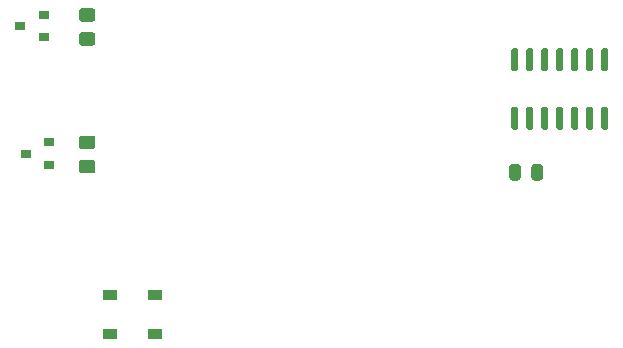
<source format=gbr>
G04 #@! TF.GenerationSoftware,KiCad,Pcbnew,(5.1.10)-1*
G04 #@! TF.CreationDate,2021-07-11T13:09:49-07:00*
G04 #@! TF.ProjectId,NightLight,4e696768-744c-4696-9768-742e6b696361,rev?*
G04 #@! TF.SameCoordinates,Original*
G04 #@! TF.FileFunction,Paste,Top*
G04 #@! TF.FilePolarity,Positive*
%FSLAX46Y46*%
G04 Gerber Fmt 4.6, Leading zero omitted, Abs format (unit mm)*
G04 Created by KiCad (PCBNEW (5.1.10)-1) date 2021-07-11 13:09:49*
%MOMM*%
%LPD*%
G01*
G04 APERTURE LIST*
%ADD10R,0.900000X0.800000*%
%ADD11R,1.200000X0.900000*%
G04 APERTURE END LIST*
G36*
G01*
X16660000Y1565000D02*
X16360000Y1565000D01*
G75*
G02*
X16210000Y1715000I0J150000D01*
G01*
X16210000Y3365000D01*
G75*
G02*
X16360000Y3515000I150000J0D01*
G01*
X16660000Y3515000D01*
G75*
G02*
X16810000Y3365000I0J-150000D01*
G01*
X16810000Y1715000D01*
G75*
G02*
X16660000Y1565000I-150000J0D01*
G01*
G37*
G36*
G01*
X17930000Y1565000D02*
X17630000Y1565000D01*
G75*
G02*
X17480000Y1715000I0J150000D01*
G01*
X17480000Y3365000D01*
G75*
G02*
X17630000Y3515000I150000J0D01*
G01*
X17930000Y3515000D01*
G75*
G02*
X18080000Y3365000I0J-150000D01*
G01*
X18080000Y1715000D01*
G75*
G02*
X17930000Y1565000I-150000J0D01*
G01*
G37*
G36*
G01*
X19200000Y1565000D02*
X18900000Y1565000D01*
G75*
G02*
X18750000Y1715000I0J150000D01*
G01*
X18750000Y3365000D01*
G75*
G02*
X18900000Y3515000I150000J0D01*
G01*
X19200000Y3515000D01*
G75*
G02*
X19350000Y3365000I0J-150000D01*
G01*
X19350000Y1715000D01*
G75*
G02*
X19200000Y1565000I-150000J0D01*
G01*
G37*
G36*
G01*
X20470000Y1565000D02*
X20170000Y1565000D01*
G75*
G02*
X20020000Y1715000I0J150000D01*
G01*
X20020000Y3365000D01*
G75*
G02*
X20170000Y3515000I150000J0D01*
G01*
X20470000Y3515000D01*
G75*
G02*
X20620000Y3365000I0J-150000D01*
G01*
X20620000Y1715000D01*
G75*
G02*
X20470000Y1565000I-150000J0D01*
G01*
G37*
G36*
G01*
X21740000Y1565000D02*
X21440000Y1565000D01*
G75*
G02*
X21290000Y1715000I0J150000D01*
G01*
X21290000Y3365000D01*
G75*
G02*
X21440000Y3515000I150000J0D01*
G01*
X21740000Y3515000D01*
G75*
G02*
X21890000Y3365000I0J-150000D01*
G01*
X21890000Y1715000D01*
G75*
G02*
X21740000Y1565000I-150000J0D01*
G01*
G37*
G36*
G01*
X23010000Y1565000D02*
X22710000Y1565000D01*
G75*
G02*
X22560000Y1715000I0J150000D01*
G01*
X22560000Y3365000D01*
G75*
G02*
X22710000Y3515000I150000J0D01*
G01*
X23010000Y3515000D01*
G75*
G02*
X23160000Y3365000I0J-150000D01*
G01*
X23160000Y1715000D01*
G75*
G02*
X23010000Y1565000I-150000J0D01*
G01*
G37*
G36*
G01*
X24280000Y1565000D02*
X23980000Y1565000D01*
G75*
G02*
X23830000Y1715000I0J150000D01*
G01*
X23830000Y3365000D01*
G75*
G02*
X23980000Y3515000I150000J0D01*
G01*
X24280000Y3515000D01*
G75*
G02*
X24430000Y3365000I0J-150000D01*
G01*
X24430000Y1715000D01*
G75*
G02*
X24280000Y1565000I-150000J0D01*
G01*
G37*
G36*
G01*
X24280000Y-3385000D02*
X23980000Y-3385000D01*
G75*
G02*
X23830000Y-3235000I0J150000D01*
G01*
X23830000Y-1585000D01*
G75*
G02*
X23980000Y-1435000I150000J0D01*
G01*
X24280000Y-1435000D01*
G75*
G02*
X24430000Y-1585000I0J-150000D01*
G01*
X24430000Y-3235000D01*
G75*
G02*
X24280000Y-3385000I-150000J0D01*
G01*
G37*
G36*
G01*
X23010000Y-3385000D02*
X22710000Y-3385000D01*
G75*
G02*
X22560000Y-3235000I0J150000D01*
G01*
X22560000Y-1585000D01*
G75*
G02*
X22710000Y-1435000I150000J0D01*
G01*
X23010000Y-1435000D01*
G75*
G02*
X23160000Y-1585000I0J-150000D01*
G01*
X23160000Y-3235000D01*
G75*
G02*
X23010000Y-3385000I-150000J0D01*
G01*
G37*
G36*
G01*
X21740000Y-3385000D02*
X21440000Y-3385000D01*
G75*
G02*
X21290000Y-3235000I0J150000D01*
G01*
X21290000Y-1585000D01*
G75*
G02*
X21440000Y-1435000I150000J0D01*
G01*
X21740000Y-1435000D01*
G75*
G02*
X21890000Y-1585000I0J-150000D01*
G01*
X21890000Y-3235000D01*
G75*
G02*
X21740000Y-3385000I-150000J0D01*
G01*
G37*
G36*
G01*
X20470000Y-3385000D02*
X20170000Y-3385000D01*
G75*
G02*
X20020000Y-3235000I0J150000D01*
G01*
X20020000Y-1585000D01*
G75*
G02*
X20170000Y-1435000I150000J0D01*
G01*
X20470000Y-1435000D01*
G75*
G02*
X20620000Y-1585000I0J-150000D01*
G01*
X20620000Y-3235000D01*
G75*
G02*
X20470000Y-3385000I-150000J0D01*
G01*
G37*
G36*
G01*
X19200000Y-3385000D02*
X18900000Y-3385000D01*
G75*
G02*
X18750000Y-3235000I0J150000D01*
G01*
X18750000Y-1585000D01*
G75*
G02*
X18900000Y-1435000I150000J0D01*
G01*
X19200000Y-1435000D01*
G75*
G02*
X19350000Y-1585000I0J-150000D01*
G01*
X19350000Y-3235000D01*
G75*
G02*
X19200000Y-3385000I-150000J0D01*
G01*
G37*
G36*
G01*
X17930000Y-3385000D02*
X17630000Y-3385000D01*
G75*
G02*
X17480000Y-3235000I0J150000D01*
G01*
X17480000Y-1585000D01*
G75*
G02*
X17630000Y-1435000I150000J0D01*
G01*
X17930000Y-1435000D01*
G75*
G02*
X18080000Y-1585000I0J-150000D01*
G01*
X18080000Y-3235000D01*
G75*
G02*
X17930000Y-3385000I-150000J0D01*
G01*
G37*
G36*
G01*
X16660000Y-3385000D02*
X16360000Y-3385000D01*
G75*
G02*
X16210000Y-3235000I0J150000D01*
G01*
X16210000Y-1585000D01*
G75*
G02*
X16360000Y-1435000I150000J0D01*
G01*
X16660000Y-1435000D01*
G75*
G02*
X16810000Y-1585000I0J-150000D01*
G01*
X16810000Y-3235000D01*
G75*
G02*
X16660000Y-3385000I-150000J0D01*
G01*
G37*
G36*
G01*
X-19234999Y-5020000D02*
X-20135001Y-5020000D01*
G75*
G02*
X-20385000Y-4770001I0J249999D01*
G01*
X-20385000Y-4119999D01*
G75*
G02*
X-20135001Y-3870000I249999J0D01*
G01*
X-19234999Y-3870000D01*
G75*
G02*
X-18985000Y-4119999I0J-249999D01*
G01*
X-18985000Y-4770001D01*
G75*
G02*
X-19234999Y-5020000I-249999J0D01*
G01*
G37*
G36*
G01*
X-19234999Y-7070000D02*
X-20135001Y-7070000D01*
G75*
G02*
X-20385000Y-6820001I0J249999D01*
G01*
X-20385000Y-6169999D01*
G75*
G02*
X-20135001Y-5920000I249999J0D01*
G01*
X-19234999Y-5920000D01*
G75*
G02*
X-18985000Y-6169999I0J-249999D01*
G01*
X-18985000Y-6820001D01*
G75*
G02*
X-19234999Y-7070000I-249999J0D01*
G01*
G37*
G36*
G01*
X-19234999Y5775000D02*
X-20135001Y5775000D01*
G75*
G02*
X-20385000Y6024999I0J249999D01*
G01*
X-20385000Y6675001D01*
G75*
G02*
X-20135001Y6925000I249999J0D01*
G01*
X-19234999Y6925000D01*
G75*
G02*
X-18985000Y6675001I0J-249999D01*
G01*
X-18985000Y6024999D01*
G75*
G02*
X-19234999Y5775000I-249999J0D01*
G01*
G37*
G36*
G01*
X-19234999Y3725000D02*
X-20135001Y3725000D01*
G75*
G02*
X-20385000Y3974999I0J249999D01*
G01*
X-20385000Y4625001D01*
G75*
G02*
X-20135001Y4875000I249999J0D01*
G01*
X-19234999Y4875000D01*
G75*
G02*
X-18985000Y4625001I0J-249999D01*
G01*
X-18985000Y3974999D01*
G75*
G02*
X-19234999Y3725000I-249999J0D01*
G01*
G37*
D10*
X-24900000Y-5395000D03*
X-22900000Y-4445000D03*
X-22900000Y-6345000D03*
X-25360000Y5400000D03*
X-23360000Y6350000D03*
X-23360000Y4450000D03*
D11*
X-13970000Y-17400000D03*
X-13970000Y-20700000D03*
X-17780000Y-17400000D03*
X-17780000Y-20700000D03*
G36*
G01*
X17927500Y-7441250D02*
X17927500Y-6528750D01*
G75*
G02*
X18171250Y-6285000I243750J0D01*
G01*
X18658750Y-6285000D01*
G75*
G02*
X18902500Y-6528750I0J-243750D01*
G01*
X18902500Y-7441250D01*
G75*
G02*
X18658750Y-7685000I-243750J0D01*
G01*
X18171250Y-7685000D01*
G75*
G02*
X17927500Y-7441250I0J243750D01*
G01*
G37*
G36*
G01*
X16052500Y-7441250D02*
X16052500Y-6528750D01*
G75*
G02*
X16296250Y-6285000I243750J0D01*
G01*
X16783750Y-6285000D01*
G75*
G02*
X17027500Y-6528750I0J-243750D01*
G01*
X17027500Y-7441250D01*
G75*
G02*
X16783750Y-7685000I-243750J0D01*
G01*
X16296250Y-7685000D01*
G75*
G02*
X16052500Y-7441250I0J243750D01*
G01*
G37*
M02*

</source>
